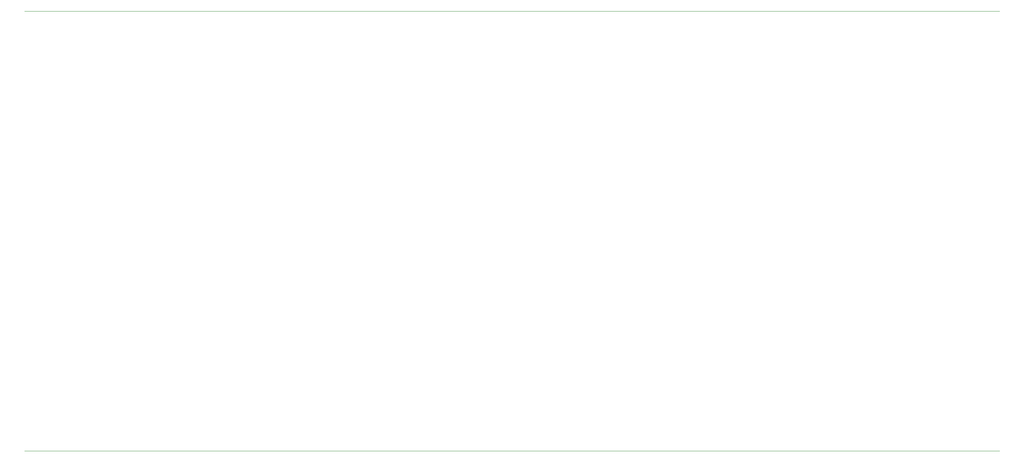
<source format=gbr>
%TF.GenerationSoftware,KiCad,Pcbnew,(6.0.6-1)-1*%
%TF.CreationDate,2022-07-19T11:22:44+08:00*%
%TF.ProjectId,34a,3334612e-6b69-4636-9164-5f7063625858,3.1*%
%TF.SameCoordinates,PX7616b68PY48ab840*%
%TF.FileFunction,Other,User*%
%FSLAX46Y46*%
G04 Gerber Fmt 4.6, Leading zero omitted, Abs format (unit mm)*
G04 Created by KiCad (PCBNEW (6.0.6-1)-1) date 2022-07-19 11:22:44*
%MOMM*%
%LPD*%
G01*
G04 APERTURE LIST*
%ADD10C,0.100000*%
G04 APERTURE END LIST*
D10*
X-78740000Y-69215000D02*
X143510000Y-69215000D01*
X-78740000Y31115000D02*
X143510000Y31115000D01*
M02*

</source>
